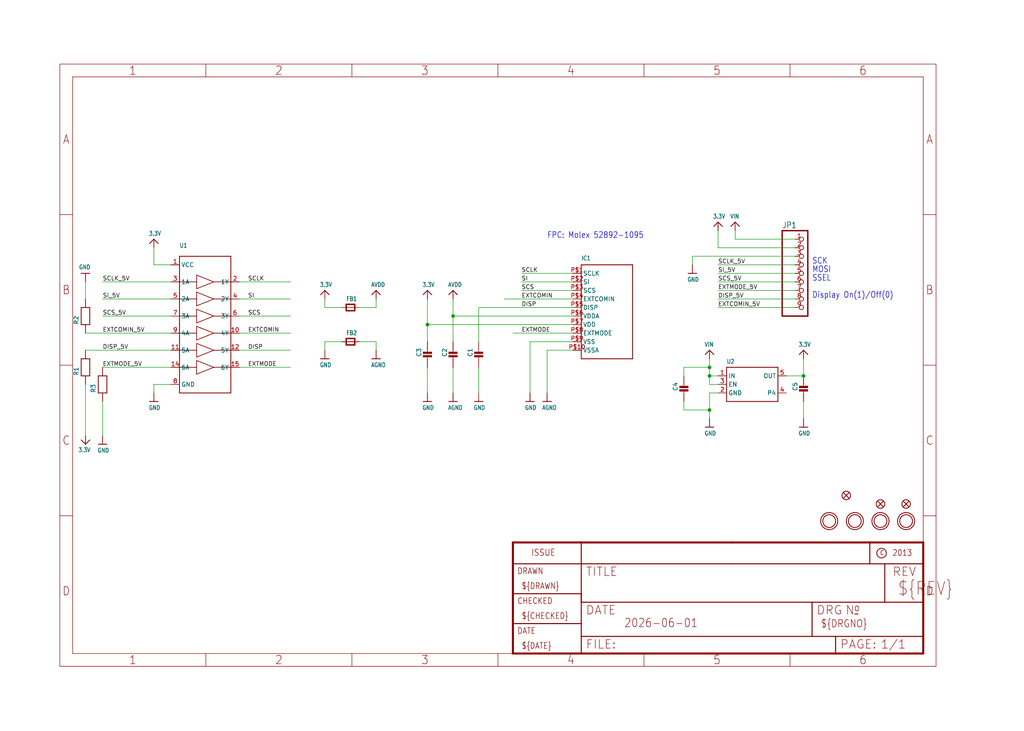
<source format=kicad_sch>
(kicad_sch (version 20231120) (generator "eeschema") (generator_version "8.0")
  (paper "User" 304.267 217.322)
  (lib_symbols
    (symbol "Adafruit_SharpMemoryDisplay-eagle-import:3.3V" (power)
      (symbol "3.3V_1_0"
        (polyline (pts (xy -1.27 -1.27) (xy 0 0)) (stroke (width 0.254)))
        (polyline (pts (xy 0 0) (xy 1.27 -1.27)) (stroke (width 0.254)))
        (pin power_in line (at 0 -2.54 90) (length 2.54) (name "3.3V") (number "1"))
      )
    )
    (symbol "Adafruit_SharpMemoryDisplay-eagle-import:74HC4050D"
      (property "Reference" "U" (at -7.62 22.86 0))
      (symbol "74HC4050D_1_0"
        (polyline (pts (xy -7.62 -20.32) (xy -7.62 20.32)) (stroke (width 0.254)))
        (polyline (pts (xy -7.62 -12.7) (xy -2.54 -12.7)) (stroke (width 0.2032)))
        (polyline (pts (xy -7.62 -7.62) (xy -2.54 -7.62)) (stroke (width 0.2032)))
        (polyline (pts (xy -7.62 -2.54) (xy -2.54 -2.54)) (stroke (width 0.2032)))
        (polyline (pts (xy -7.62 2.54) (xy -2.54 2.54)) (stroke (width 0.2032)))
        (polyline (pts (xy -7.62 7.62) (xy -2.54 7.62)) (stroke (width 0.2032)))
        (polyline (pts (xy -7.62 12.7) (xy -2.54 12.7)) (stroke (width 0.2032)))
        (polyline (pts (xy -7.62 20.32) (xy 7.62 20.32)) (stroke (width 0.254)))
        (polyline (pts (xy -2.54 -14.732) (xy -2.54 -12.7)) (stroke (width 0.2032)))
        (polyline (pts (xy -2.54 -14.732) (xy 2.54 -12.7)) (stroke (width 0.2032)))
        (polyline (pts (xy -2.54 -12.7) (xy -2.54 -10.668)) (stroke (width 0.2032)))
        (polyline (pts (xy -2.54 -9.652) (xy -2.54 -7.62)) (stroke (width 0.2032)))
        (polyline (pts (xy -2.54 -9.652) (xy 2.54 -7.62)) (stroke (width 0.2032)))
        (polyline (pts (xy -2.54 -7.62) (xy -2.54 -5.588)) (stroke (width 0.2032)))
        (polyline (pts (xy -2.54 -4.572) (xy -2.54 -2.54)) (stroke (width 0.2032)))
        (polyline (pts (xy -2.54 -4.572) (xy 2.54 -2.54)) (stroke (width 0.2032)))
        (polyline (pts (xy -2.54 -2.54) (xy -2.54 -0.508)) (stroke (width 0.2032)))
        (polyline (pts (xy -2.54 0.508) (xy -2.54 2.54)) (stroke (width 0.2032)))
        (polyline (pts (xy -2.54 0.508) (xy 2.54 2.54)) (stroke (width 0.2032)))
        (polyline (pts (xy -2.54 2.54) (xy -2.54 4.572)) (stroke (width 0.2032)))
        (polyline (pts (xy -2.54 5.588) (xy -2.54 7.62)) (stroke (width 0.2032)))
        (polyline (pts (xy -2.54 5.588) (xy 2.54 7.62)) (stroke (width 0.2032)))
        (polyline (pts (xy -2.54 7.62) (xy -2.54 9.652)) (stroke (width 0.2032)))
        (polyline (pts (xy -2.54 10.668) (xy -2.54 12.7)) (stroke (width 0.2032)))
        (polyline (pts (xy -2.54 10.668) (xy 2.54 12.7)) (stroke (width 0.2032)))
        (polyline (pts (xy -2.54 12.7) (xy -2.54 14.732)) (stroke (width 0.2032)))
        (polyline (pts (xy 2.54 -12.7) (xy -2.54 -10.668)) (stroke (width 0.2032)))
        (polyline (pts (xy 2.54 -12.7) (xy 7.62 -12.7)) (stroke (width 0.2032)))
        (polyline (pts (xy 2.54 -7.62) (xy -2.54 -5.588)) (stroke (width 0.2032)))
        (polyline (pts (xy 2.54 -7.62) (xy 7.62 -7.62)) (stroke (width 0.2032)))
        (polyline (pts (xy 2.54 -2.54) (xy -2.54 -0.508)) (stroke (width 0.2032)))
        (polyline (pts (xy 2.54 -2.54) (xy 7.62 -2.54)) (stroke (width 0.2032)))
        (polyline (pts (xy 2.54 2.54) (xy -2.54 4.572)) (stroke (width 0.2032)))
        (polyline (pts (xy 2.54 2.54) (xy 7.62 2.54)) (stroke (width 0.2032)))
        (polyline (pts (xy 2.54 7.62) (xy -2.54 9.652)) (stroke (width 0.2032)))
        (polyline (pts (xy 2.54 7.62) (xy 7.62 7.62)) (stroke (width 0.2032)))
        (polyline (pts (xy 2.54 12.7) (xy -2.54 14.732)) (stroke (width 0.2032)))
        (polyline (pts (xy 2.54 12.7) (xy 7.62 12.7)) (stroke (width 0.2032)))
        (polyline (pts (xy 7.62 -20.32) (xy -7.62 -20.32)) (stroke (width 0.254)))
        (polyline (pts (xy 7.62 12.7) (xy 7.62 -20.32)) (stroke (width 0.254)))
        (polyline (pts (xy 7.62 20.32) (xy 7.62 12.7)) (stroke (width 0.254)))
        (pin bidirectional line (at -10.16 17.78 0) (length 2.54) (name "VCC") (number "1"))
        (pin bidirectional line (at 10.16 -2.54 180) (length 2.54) (name "4Y") (number "10"))
        (pin bidirectional line (at -10.16 -7.62 0) (length 2.54) (name "5A") (number "11"))
        (pin bidirectional line (at 10.16 -7.62 180) (length 2.54) (name "5Y") (number "12"))
        (pin bidirectional line (at -10.16 -12.7 0) (length 2.54) (name "6A") (number "14"))
        (pin bidirectional line (at 10.16 -12.7 180) (length 2.54) (name "6Y") (number "15"))
        (pin bidirectional line (at 10.16 12.7 180) (length 2.54) (name "1Y") (number "2"))
        (pin bidirectional line (at -10.16 12.7 0) (length 2.54) (name "1A") (number "3"))
        (pin bidirectional line (at 10.16 7.62 180) (length 2.54) (name "2Y") (number "4"))
        (pin bidirectional line (at -10.16 7.62 0) (length 2.54) (name "2A") (number "5"))
        (pin bidirectional line (at 10.16 2.54 180) (length 2.54) (name "3Y") (number "6"))
        (pin bidirectional line (at -10.16 2.54 0) (length 2.54) (name "3A") (number "7"))
        (pin bidirectional line (at -10.16 -17.78 0) (length 2.54) (name "GND") (number "8"))
        (pin bidirectional line (at -10.16 -2.54 0) (length 2.54) (name "4A") (number "9"))
      )
    )
    (symbol "Adafruit_SharpMemoryDisplay-eagle-import:AGND" (power)
      (symbol "AGND_1_0"
        (polyline (pts (xy -1.27 0) (xy 1.27 0)) (stroke (width 0.254)))
        (pin power_in line (at 0 2.54 270) (length 2.54) (name "AGND") (number "1"))
      )
    )
    (symbol "Adafruit_SharpMemoryDisplay-eagle-import:AVDD" (power)
      (symbol "AVDD_1_0"
        (polyline (pts (xy -1.27 -1.27) (xy 0 0)) (stroke (width 0.254)))
        (polyline (pts (xy 0 0) (xy 1.27 -1.27)) (stroke (width 0.254)))
        (pin power_in line (at 0 -2.54 90) (length 2.54) (name "AVDD") (number "1"))
      )
    )
    (symbol "Adafruit_SharpMemoryDisplay-eagle-import:CAP_CERAMIC_0805"
      (property "Reference" "C" (at -1.79 0.54 90))
      (symbol "CAP_CERAMIC_0805_1_0"
        (rectangle (start -1.27 0.508) (end 1.27 1.016) (fill (type outline)))
        (rectangle (start -1.27 1.524) (end 1.27 2.032) (fill (type outline)))
        (polyline (pts (xy 0 0.762) (xy 0 0)) (stroke (width 0.1524)))
        (polyline (pts (xy 0 2.54) (xy 0 1.778)) (stroke (width 0.1524)))
        (pin passive line (at 0 5.08 270) (length 2.54) (name "P$1") (number "1"))
        (pin passive line (at 0 -2.54 90) (length 2.54) (name "P$2") (number "2"))
      )
    )
    (symbol "Adafruit_SharpMemoryDisplay-eagle-import:FERRITE_0805"
      (property "Reference" "FB" (at -1.27 1.905 0))
      (symbol "FERRITE_0805_1_0"
        (polyline (pts (xy -1.27 -0.9525) (xy -1.27 0.9525)) (stroke (width 0.4064)))
        (polyline (pts (xy -1.27 0.9525) (xy 1.27 0.9525)) (stroke (width 0.4064)))
        (polyline (pts (xy 1.27 -0.9525) (xy -1.27 -0.9525)) (stroke (width 0.4064)))
        (polyline (pts (xy 1.27 0.9525) (xy 1.27 -0.9525)) (stroke (width 0.4064)))
        (pin passive line (at -2.54 0 0) (length 2.54) (name "P$1") (number "1"))
        (pin passive line (at 2.54 0 180) (length 2.54) (name "P$2") (number "2"))
      )
    )
    (symbol "Adafruit_SharpMemoryDisplay-eagle-import:FIDUCIAL{dblquote}{dblquote}"
      (symbol "FIDUCIAL{dblquote}{dblquote}_1_0"
        (polyline (pts (xy -0.762 0.762) (xy 0.762 -0.762)) (stroke (width 0.254)))
        (polyline (pts (xy 0.762 0.762) (xy -0.762 -0.762)) (stroke (width 0.254)))
        (circle (center 0 0) (radius 1.27) (stroke (width 0.254)))
      )
    )
    (symbol "Adafruit_SharpMemoryDisplay-eagle-import:FRAME_A4"
      (symbol "FRAME_A4_1_0"
        (polyline (pts (xy 0 44.7675) (xy 3.81 44.7675)))
        (polyline (pts (xy 0 89.535) (xy 3.81 89.535)))
        (polyline (pts (xy 0 134.3025) (xy 3.81 134.3025)))
        (polyline (pts (xy 3.81 3.81) (xy 3.81 175.26)))
        (polyline (pts (xy 43.3917 0) (xy 43.3917 3.81)))
        (polyline (pts (xy 43.3917 175.26) (xy 43.3917 179.07)))
        (polyline (pts (xy 86.7833 0) (xy 86.7833 3.81)))
        (polyline (pts (xy 86.7833 175.26) (xy 86.7833 179.07)))
        (polyline (pts (xy 130.175 0) (xy 130.175 3.81)))
        (polyline (pts (xy 130.175 175.26) (xy 130.175 179.07)))
        (polyline (pts (xy 173.5667 0) (xy 173.5667 3.81)))
        (polyline (pts (xy 173.5667 175.26) (xy 173.5667 179.07)))
        (polyline (pts (xy 216.9583 0) (xy 216.9583 3.81)))
        (polyline (pts (xy 216.9583 175.26) (xy 216.9583 179.07)))
        (polyline (pts (xy 256.54 3.81) (xy 3.81 3.81)))
        (polyline (pts (xy 256.54 3.81) (xy 256.54 8.89)) (stroke (width 0.1016)))
        (polyline (pts (xy 256.54 3.81) (xy 256.54 175.26)))
        (polyline (pts (xy 256.54 8.89) (xy 256.54 13.97)) (stroke (width 0.1016)))
        (polyline (pts (xy 256.54 13.97) (xy 256.54 19.05)) (stroke (width 0.1016)))
        (polyline (pts (xy 256.54 19.05) (xy 256.54 36.83)) (stroke (width 0.1016)))
        (polyline (pts (xy 256.54 44.7675) (xy 260.35 44.7675)))
        (polyline (pts (xy 256.54 89.535) (xy 260.35 89.535)))
        (polyline (pts (xy 256.54 134.3025) (xy 260.35 134.3025)))
        (polyline (pts (xy 256.54 175.26) (xy 3.81 175.26)))
        (polyline (pts (xy 0 0) (xy 260.35 0) (xy 260.35 179.07) (xy 0 179.07) (xy 0 0)))
        (text "1" (at 21.6958 1.905 0) (effects (font (size 2.54 2.286))))
        (text "1" (at 21.6958 177.165 0) (effects (font (size 2.54 2.286))))
        (text "2" (at 65.0875 1.905 0) (effects (font (size 2.54 2.286))))
        (text "2" (at 65.0875 177.165 0) (effects (font (size 2.54 2.286))))
        (text "3" (at 108.4792 1.905 0) (effects (font (size 2.54 2.286))))
        (text "3" (at 108.4792 177.165 0) (effects (font (size 2.54 2.286))))
        (text "4" (at 151.8708 1.905 0) (effects (font (size 2.54 2.286))))
        (text "4" (at 151.8708 177.165 0) (effects (font (size 2.54 2.286))))
        (text "5" (at 195.2625 1.905 0) (effects (font (size 2.54 2.286))))
        (text "5" (at 195.2625 177.165 0) (effects (font (size 2.54 2.286))))
        (text "6" (at 238.6542 1.905 0) (effects (font (size 2.54 2.286))))
        (text "6" (at 238.6542 177.165 0) (effects (font (size 2.54 2.286))))
        (text "A" (at 1.905 156.6863 0) (effects (font (size 2.54 2.286))))
        (text "A" (at 258.445 156.6863 0) (effects (font (size 2.54 2.286))))
        (text "B" (at 1.905 111.9188 0) (effects (font (size 2.54 2.286))))
        (text "B" (at 258.445 111.9188 0) (effects (font (size 2.54 2.286))))
        (text "C" (at 1.905 67.1513 0) (effects (font (size 2.54 2.286))))
        (text "C" (at 258.445 67.1513 0) (effects (font (size 2.54 2.286))))
        (text "D" (at 1.905 22.3838 0) (effects (font (size 2.54 2.286))))
        (text "D" (at 258.445 22.3838 0) (effects (font (size 2.54 2.286))))
      )
      (symbol "FRAME_A4_2_0"
        (polyline (pts (xy 1.27 -6.35) (xy 1.27 0)) (stroke (width 0.1016)))
        (polyline (pts (xy 1.27 0) (xy 82.55 0)) (stroke (width 0.1016)))
        (polyline (pts (xy 82.55 -6.35) (xy 1.27 -6.35)) (stroke (width 0.1016)))
        (polyline (pts (xy 82.55 0) (xy 82.55 -6.35)) (stroke (width 0.1016)))
        (text "PART OR WHOLE IS STRICTLY PROHIBITED WITHOUT WRITTEN PERMISSION!" (at 3.81 -5.08 0) (effects (font (size 1.27 1.0795)) (justify left bottom)))
        (text "PROPRIETARY" (at 3.81 -10.16 0) (effects (font (size 2.54 2.159) (thickness 0.4318) (bold yes)) (justify left bottom)))
        (text "THIS DRAWING CONTAINS CONFIDENTIAL INFORMATION. ANY REPRODUCTION IN" (at 3.81 -2.794 0) (effects (font (size 1.27 1.0795)) (justify left bottom)))
      )
      (symbol "FRAME_A4_3_0"
        (polyline (pts (xy 0 1.27) (xy 20.32 1.27)) (stroke (width 0.6096)))
        (polyline (pts (xy 0 10.16) (xy 0 1.27)) (stroke (width 0.6096)))
        (polyline (pts (xy 0 10.16) (xy 20.32 10.16)) (stroke (width 0.3048)))
        (polyline (pts (xy 0 19.05) (xy 0 10.16)) (stroke (width 0.6096)))
        (polyline (pts (xy 0 19.05) (xy 20.32 19.05)) (stroke (width 0.3048)))
        (polyline (pts (xy 0 27.94) (xy 0 19.05)) (stroke (width 0.6096)))
        (polyline (pts (xy 0 27.94) (xy 20.32 27.94)) (stroke (width 0.3048)))
        (polyline (pts (xy 0 34.29) (xy 0 27.94)) (stroke (width 0.6096)))
        (polyline (pts (xy 20.32 1.27) (xy 20.32 6.35)) (stroke (width 0.3048)))
        (polyline (pts (xy 20.32 1.27) (xy 95.885 1.27)) (stroke (width 0.6096)))
        (polyline (pts (xy 20.32 6.35) (xy 20.32 10.16)) (stroke (width 0.3048)))
        (polyline (pts (xy 20.32 6.35) (xy 88.9 6.35)) (stroke (width 0.3048)))
        (polyline (pts (xy 20.32 10.16) (xy 20.32 19.05)) (stroke (width 0.3048)))
        (polyline (pts (xy 20.32 16.51) (xy 20.32 19.05)) (stroke (width 0.3048)))
        (polyline (pts (xy 20.32 19.05) (xy 20.32 27.94)) (stroke (width 0.3048)))
        (polyline (pts (xy 20.32 27.94) (xy 20.32 34.29)) (stroke (width 0.3048)))
        (polyline (pts (xy 20.32 27.94) (xy 65.0875 27.94)) (stroke (width 0.3048)))
        (polyline (pts (xy 20.32 34.29) (xy 0 34.29)) (stroke (width 0.6096)))
        (polyline (pts (xy 65.0875 27.94) (xy 106.045 27.94)) (stroke (width 0.3048)))
        (polyline (pts (xy 65.0875 34.29) (xy 20.32 34.29)) (stroke (width 0.6096)))
        (polyline (pts (xy 88.9 6.35) (xy 95.885 6.35)) (stroke (width 0.3048)))
        (polyline (pts (xy 88.9 16.51) (xy 20.32 16.51)) (stroke (width 0.3048)))
        (polyline (pts (xy 88.9 16.51) (xy 88.9 6.35)) (stroke (width 0.3048)))
        (polyline (pts (xy 95.885 1.27) (xy 121.92 1.27)) (stroke (width 0.6096)))
        (polyline (pts (xy 95.885 6.35) (xy 95.885 1.27)) (stroke (width 0.3048)))
        (polyline (pts (xy 95.885 6.35) (xy 121.92 6.35)) (stroke (width 0.3048)))
        (polyline (pts (xy 101.6 13.0175) (xy 102.5525 13.0175)) (stroke (width 0.254)))
        (polyline (pts (xy 106.045 27.94) (xy 106.045 34.29)) (stroke (width 0.3048)))
        (polyline (pts (xy 106.045 27.94) (xy 110.49 27.94)) (stroke (width 0.3048)))
        (polyline (pts (xy 106.045 34.29) (xy 65.0875 34.29)) (stroke (width 0.6096)))
        (polyline (pts (xy 110.49 16.51) (xy 88.9 16.51)) (stroke (width 0.3048)))
        (polyline (pts (xy 110.49 27.94) (xy 110.49 16.51)) (stroke (width 0.3048)))
        (polyline (pts (xy 110.49 27.94) (xy 113.03 27.94)) (stroke (width 0.3048)))
        (polyline (pts (xy 113.03 27.94) (xy 121.92 27.94)) (stroke (width 0.3048)))
        (polyline (pts (xy 113.03 34.29) (xy 106.045 34.29)) (stroke (width 0.6096)))
        (polyline (pts (xy 121.92 6.35) (xy 121.92 1.27)) (stroke (width 0.6096)))
        (polyline (pts (xy 121.92 16.51) (xy 110.49 16.51)) (stroke (width 0.3048)))
        (polyline (pts (xy 121.92 16.51) (xy 121.92 6.35)) (stroke (width 0.6096)))
        (polyline (pts (xy 121.92 27.94) (xy 121.92 16.51)) (stroke (width 0.6096)))
        (polyline (pts (xy 121.92 34.29) (xy 113.03 34.29)) (stroke (width 0.6096)))
        (polyline (pts (xy 121.92 34.29) (xy 121.92 27.94)) (stroke (width 0.6096)))
        (circle (center 109.5375 31.115) (radius 1.4199) (stroke (width 0.254)))
        (text "${#}/${##}" (at 109.22 2.54 0) (effects (font (size 2.54 2.54)) (justify left bottom)))
        (text "${CHECKED}" (at 2.54 11.43 0) (effects (font (size 1.778 1.5113)) (justify left bottom)))
        (text "${COMPANY}" (at 23.6538 29.3687 0) (effects (font (size 3.175 2.6987) (thickness 0.5397) (bold yes)) (justify left bottom)))
        (text "${CURRENT_DATE}" (at 33.02 8.89 0) (effects (font (size 2.54 2.159)) (justify left bottom)))
        (text "${DATE}" (at 2.54 2.54 0) (effects (font (size 1.778 1.5113)) (justify left bottom)))
        (text "${DRAWN}" (at 2.54 20.32 0) (effects (font (size 1.778 1.5113)) (justify left bottom)))
        (text "${DRGNO}" (at 91.44 8.89 0) (effects (font (size 2.1844 1.8567)) (justify left bottom)))
        (text "${PROJECTNAME}" (at 33.3375 2.54 0) (effects (font (size 2.54 2.159)) (justify left bottom)))
        (text "${REV}" (at 114.3 18.415 0) (effects (font (size 3.81 3.2385)) (justify left bottom)))
        (text "2013" (at 112.7125 30.1625 0) (effects (font (size 1.778 1.5113)) (justify left bottom)))
        (text "C" (at 109.0612 30.48 0) (effects (font (size 1.27 1.0795)) (justify left bottom)))
        (text "CHECKED" (at 1.27 15.875 0) (effects (font (size 1.778 1.5113)) (justify left bottom)))
        (text "DATE" (at 1.27 6.985 0) (effects (font (size 1.778 1.5113)) (justify left bottom)))
        (text "DATE" (at 21.59 12.7 0) (effects (font (size 2.54 2.54)) (justify left bottom)))
        (text "DRAWN" (at 1.27 24.765 0) (effects (font (size 1.778 1.5113)) (justify left bottom)))
        (text "DRG" (at 90.17 12.7 0) (effects (font (size 2.54 2.54)) (justify left bottom)))
        (text "FILE:" (at 21.59 2.54 0) (effects (font (size 2.54 2.54)) (justify left bottom)))
        (text "ISSUE" (at 5.3975 30.1625 0) (effects (font (size 1.9304 1.6408)) (justify left bottom)))
        (text "N" (at 98.7425 12.7 0) (effects (font (size 2.54 2.54)) (justify left bottom)))
        (text "o" (at 101.2825 13.6525 0) (effects (font (size 2.1844 1.8567)) (justify left bottom)))
        (text "PAGE:" (at 97.155 2.54 0) (effects (font (size 2.54 2.54)) (justify left bottom)))
        (text "REV" (at 112.7125 24.13 0) (effects (font (size 2.54 2.54)) (justify left bottom)))
        (text "TITLE" (at 21.59 24.13 0) (effects (font (size 2.54 2.54)) (justify left bottom)))
      )
    )
    (symbol "Adafruit_SharpMemoryDisplay-eagle-import:GND" (power)
      (symbol "GND_1_0"
        (polyline (pts (xy -1.27 0) (xy 1.27 0)) (stroke (width 0.254)))
        (pin power_in line (at 0 2.54 270) (length 2.54) (name "GND") (number "1"))
      )
    )
    (symbol "Adafruit_SharpMemoryDisplay-eagle-import:HEADER-1X970MIL"
      (property "Reference" "JP" (at -6.35 13.335 0))
      (symbol "HEADER-1X970MIL_1_0"
        (polyline (pts (xy -6.35 -12.7) (xy 1.27 -12.7)) (stroke (width 0.4064)))
        (polyline (pts (xy -6.35 12.7) (xy -6.35 -12.7)) (stroke (width 0.4064)))
        (polyline (pts (xy 1.27 -12.7) (xy 1.27 12.7)) (stroke (width 0.4064)))
        (polyline (pts (xy 1.27 12.7) (xy -6.35 12.7)) (stroke (width 0.4064)))
        (pin passive inverted (at -2.54 10.16 0) (length 2.54) (name "1") (number "1"))
        (pin passive inverted (at -2.54 7.62 0) (length 2.54) (name "2") (number "2"))
        (pin passive inverted (at -2.54 5.08 0) (length 2.54) (name "3") (number "3"))
        (pin passive inverted (at -2.54 2.54 0) (length 2.54) (name "4") (number "4"))
        (pin passive inverted (at -2.54 0 0) (length 2.54) (name "5") (number "5"))
        (pin passive inverted (at -2.54 -2.54 0) (length 2.54) (name "6") (number "6"))
        (pin passive inverted (at -2.54 -5.08 0) (length 2.54) (name "7") (number "7"))
        (pin passive inverted (at -2.54 -7.62 0) (length 2.54) (name "8") (number "8"))
        (pin passive inverted (at -2.54 -10.16 0) (length 2.54) (name "9") (number "9"))
      )
    )
    (symbol "Adafruit_SharpMemoryDisplay-eagle-import:MOUNTINGHOLE3.0THIN"
      (symbol "MOUNTINGHOLE3.0THIN_1_0"
        (circle (center 0 0) (radius 1.905) (stroke (width 0.254)))
        (circle (center 0 0) (radius 2.54) (stroke (width 0.254)))
      )
    )
    (symbol "Adafruit_SharpMemoryDisplay-eagle-import:RESISTOR_0805"
      (property "Reference" "R" (at -2.54 2.032 0))
      (symbol "RESISTOR_0805_1_0"
        (polyline (pts (xy -2.54 -1.27) (xy -2.54 1.27)) (stroke (width 0.254)))
        (polyline (pts (xy -2.54 1.27) (xy 2.54 1.27)) (stroke (width 0.254)))
        (polyline (pts (xy 2.54 -1.27) (xy -2.54 -1.27)) (stroke (width 0.254)))
        (polyline (pts (xy 2.54 1.27) (xy 2.54 -1.27)) (stroke (width 0.254)))
        (pin passive line (at -5.08 0 0) (length 2.54) (name "1") (number "1"))
        (pin passive line (at 5.08 0 180) (length 2.54) (name "2") (number "2"))
      )
    )
    (symbol "Adafruit_SharpMemoryDisplay-eagle-import:SHARP_MEMORYLCD_10PIN"
      (property "Reference" "IC" (at -7.62 13.97 0))
      (symbol "SHARP_MEMORYLCD_10PIN_1_0"
        (polyline (pts (xy -7.62 -15.24) (xy -7.62 12.7)) (stroke (width 0.254)))
        (polyline (pts (xy -7.62 12.7) (xy 7.62 12.7)) (stroke (width 0.254)))
        (polyline (pts (xy 7.62 -15.24) (xy -7.62 -15.24)) (stroke (width 0.254)))
        (polyline (pts (xy 7.62 12.7) (xy 7.62 -15.24)) (stroke (width 0.254)))
        (pin input line (at -10.16 10.16 0) (length 2.54) (name "SCLK") (number "P$1"))
        (pin power_in line (at -10.16 -12.7 0) (length 2.54) (name "VSSA") (number "P$10"))
        (pin input line (at -10.16 7.62 0) (length 2.54) (name "SI") (number "P$2"))
        (pin input line (at -10.16 5.08 0) (length 2.54) (name "SCS") (number "P$3"))
        (pin input line (at -10.16 2.54 0) (length 2.54) (name "EXTCOMIN") (number "P$4"))
        (pin input line (at -10.16 0 0) (length 2.54) (name "DISP") (number "P$5"))
        (pin power_in line (at -10.16 -2.54 0) (length 2.54) (name "VDDA") (number "P$6"))
        (pin power_in line (at -10.16 -5.08 0) (length 2.54) (name "VDD") (number "P$7"))
        (pin input line (at -10.16 -7.62 0) (length 2.54) (name "EXTMODE") (number "P$8"))
        (pin power_in line (at -10.16 -10.16 0) (length 2.54) (name "VSS") (number "P$9"))
      )
    )
    (symbol "Adafruit_SharpMemoryDisplay-eagle-import:VIN" (power)
      (symbol "VIN_1_0"
        (polyline (pts (xy -1.27 -1.27) (xy 0 0)) (stroke (width 0.254)))
        (polyline (pts (xy 0 0) (xy 1.27 -1.27)) (stroke (width 0.254)))
        (pin power_in line (at 0 -2.54 90) (length 2.54) (name "VIN") (number "1"))
      )
    )
    (symbol "Adafruit_SharpMemoryDisplay-eagle-import:VREG_SOT23-5"
      (property "Reference" "U" (at -7.62 6.096 0))
      (symbol "VREG_SOT23-5_1_0"
        (polyline (pts (xy -7.62 -5.08) (xy -7.62 5.08)) (stroke (width 0.254)))
        (polyline (pts (xy -7.62 5.08) (xy 7.62 5.08)) (stroke (width 0.254)))
        (polyline (pts (xy 7.62 -5.08) (xy -7.62 -5.08)) (stroke (width 0.254)))
        (polyline (pts (xy 7.62 5.08) (xy 7.62 -5.08)) (stroke (width 0.254)))
        (pin power_in line (at -10.16 2.54 0) (length 2.54) (name "IN") (number "1"))
        (pin power_in line (at -10.16 -2.54 0) (length 2.54) (name "GND") (number "2"))
        (pin input line (at -10.16 0 0) (length 2.54) (name "EN") (number "3"))
        (pin bidirectional line (at 10.16 -2.54 180) (length 2.54) (name "P4") (number "4"))
        (pin power_in line (at 10.16 2.54 180) (length 2.54) (name "OUT") (number "5"))
      )
    )
  )
  (junction (at 210.82 111.76))
  (junction (at 127 96.52))
  (junction (at 210.82 121.92))
  (junction (at 210.82 109.22))
  (junction (at 134.62 93.98))
  (junction (at 238.76 111.76))
  (wire (pts (xy 50.8 88.9) (xy 30.48 88.9)) (stroke (width 0.1524)))
  (wire (pts (xy 236.22 91.44) (xy 213.36 91.44)) (stroke (width 0.1524)))
  (wire (pts (xy 50.8 109.22) (xy 30.48 109.22)) (stroke (width 0.1524)))
  (wire (pts (xy 236.22 73.66) (xy 213.36 73.66)) (stroke (width 0.1524)))
  (wire (pts (xy 25.4 129.54) (xy 25.4 114.3)) (stroke (width 0.1524)))
  (wire (pts (xy 210.82 121.92) (xy 210.82 124.46)) (stroke (width 0.1524)))
  (wire (pts (xy 236.22 81.28) (xy 213.36 81.28)) (stroke (width 0.1524)))
  (wire (pts (xy 142.24 91.44) (xy 142.24 101.6)) (stroke (width 0.1524)))
  (wire (pts (xy 86.36 88.9) (xy 71.12 88.9)) (stroke (width 0.1524)))
  (wire (pts (xy 238.76 119.38) (xy 238.76 124.46)) (stroke (width 0.1524)))
  (wire (pts (xy 106.68 91.44) (xy 111.76 91.44)) (stroke (width 0.1524)))
  (wire (pts (xy 134.62 109.22) (xy 134.62 116.84)) (stroke (width 0.1524)))
  (wire (pts (xy 170.18 93.98) (xy 134.62 93.98)) (stroke (width 0.1524)))
  (wire (pts (xy 111.76 101.6) (xy 111.76 104.14)) (stroke (width 0.1524)))
  (wire (pts (xy 30.48 129.54) (xy 30.48 119.38)) (stroke (width 0.1524)))
  (wire (pts (xy 170.18 104.14) (xy 162.56 104.14)) (stroke (width 0.1524)))
  (wire (pts (xy 205.74 76.2) (xy 205.74 78.74)) (stroke (width 0.1524)))
  (wire (pts (xy 236.22 86.36) (xy 213.36 86.36)) (stroke (width 0.1524)))
  (wire (pts (xy 86.36 83.82) (xy 71.12 83.82)) (stroke (width 0.1524)))
  (wire (pts (xy 238.76 111.76) (xy 238.76 106.68)) (stroke (width 0.1524)))
  (wire (pts (xy 127 101.6) (xy 127 96.52)) (stroke (width 0.1524)))
  (wire (pts (xy 50.8 83.82) (xy 30.48 83.82)) (stroke (width 0.1524)))
  (wire (pts (xy 213.36 116.84) (xy 210.82 116.84)) (stroke (width 0.1524)))
  (wire (pts (xy 111.76 91.44) (xy 111.76 88.9)) (stroke (width 0.1524)))
  (wire (pts (xy 101.6 101.6) (xy 96.52 101.6)) (stroke (width 0.1524)))
  (wire (pts (xy 170.18 83.82) (xy 154.94 83.82)) (stroke (width 0.1524)))
  (wire (pts (xy 101.6 91.44) (xy 96.52 91.44)) (stroke (width 0.1524)))
  (wire (pts (xy 50.8 78.74) (xy 45.72 78.74)) (stroke (width 0.1524)))
  (wire (pts (xy 170.18 96.52) (xy 127 96.52)) (stroke (width 0.1524)))
  (wire (pts (xy 218.44 71.12) (xy 218.44 68.58)) (stroke (width 0.1524)))
  (wire (pts (xy 213.36 111.76) (xy 210.82 111.76)) (stroke (width 0.1524)))
  (wire (pts (xy 142.24 109.22) (xy 142.24 116.84)) (stroke (width 0.1524)))
  (wire (pts (xy 106.68 101.6) (xy 111.76 101.6)) (stroke (width 0.1524)))
  (wire (pts (xy 170.18 101.6) (xy 157.48 101.6)) (stroke (width 0.1524)))
  (wire (pts (xy 170.18 81.28) (xy 154.94 81.28)) (stroke (width 0.1524)))
  (wire (pts (xy 203.2 109.22) (xy 210.82 109.22)) (stroke (width 0.1524)))
  (wire (pts (xy 236.22 71.12) (xy 218.44 71.12)) (stroke (width 0.1524)))
  (wire (pts (xy 50.8 99.06) (xy 25.4 99.06)) (stroke (width 0.1524)))
  (wire (pts (xy 162.56 104.14) (xy 162.56 116.84)) (stroke (width 0.1524)))
  (wire (pts (xy 86.36 109.22) (xy 71.12 109.22)) (stroke (width 0.1524)))
  (wire (pts (xy 50.8 93.98) (xy 30.48 93.98)) (stroke (width 0.1524)))
  (wire (pts (xy 203.2 111.76) (xy 203.2 109.22)) (stroke (width 0.1524)))
  (wire (pts (xy 236.22 76.2) (xy 205.74 76.2)) (stroke (width 0.1524)))
  (wire (pts (xy 134.62 93.98) (xy 134.62 101.6)) (stroke (width 0.1524)))
  (wire (pts (xy 236.22 88.9) (xy 213.36 88.9)) (stroke (width 0.1524)))
  (wire (pts (xy 210.82 109.22) (xy 210.82 106.68)) (stroke (width 0.1524)))
  (wire (pts (xy 127 96.52) (xy 127 88.9)) (stroke (width 0.1524)))
  (wire (pts (xy 134.62 93.98) (xy 134.62 88.9)) (stroke (width 0.1524)))
  (wire (pts (xy 203.2 121.92) (xy 210.82 121.92)) (stroke (width 0.1524)))
  (wire (pts (xy 25.4 83.82) (xy 25.4 88.9)) (stroke (width 0.1524)))
  (wire (pts (xy 170.18 99.06) (xy 152.4 99.06)) (stroke (width 0.1524)))
  (wire (pts (xy 45.72 78.74) (xy 45.72 73.66)) (stroke (width 0.1524)))
  (wire (pts (xy 236.22 78.74) (xy 213.36 78.74)) (stroke (width 0.1524)))
  (wire (pts (xy 86.36 99.06) (xy 71.12 99.06)) (stroke (width 0.1524)))
  (wire (pts (xy 170.18 91.44) (xy 142.24 91.44)) (stroke (width 0.1524)))
  (wire (pts (xy 50.8 104.14) (xy 25.4 104.14)) (stroke (width 0.1524)))
  (wire (pts (xy 213.36 114.3) (xy 210.82 114.3)) (stroke (width 0.1524)))
  (wire (pts (xy 45.72 114.3) (xy 45.72 116.84)) (stroke (width 0.1524)))
  (wire (pts (xy 210.82 111.76) (xy 210.82 109.22)) (stroke (width 0.1524)))
  (wire (pts (xy 86.36 93.98) (xy 71.12 93.98)) (stroke (width 0.1524)))
  (wire (pts (xy 157.48 101.6) (xy 157.48 116.84)) (stroke (width 0.1524)))
  (wire (pts (xy 86.36 104.14) (xy 71.12 104.14)) (stroke (width 0.1524)))
  (wire (pts (xy 233.68 111.76) (xy 238.76 111.76)) (stroke (width 0.1524)))
  (wire (pts (xy 210.82 114.3) (xy 210.82 111.76)) (stroke (width 0.1524)))
  (wire (pts (xy 50.8 114.3) (xy 45.72 114.3)) (stroke (width 0.1524)))
  (wire (pts (xy 203.2 119.38) (xy 203.2 121.92)) (stroke (width 0.1524)))
  (wire (pts (xy 96.52 91.44) (xy 96.52 88.9)) (stroke (width 0.1524)))
  (wire (pts (xy 96.52 101.6) (xy 96.52 104.14)) (stroke (width 0.1524)))
  (wire (pts (xy 170.18 86.36) (xy 154.94 86.36)) (stroke (width 0.1524)))
  (wire (pts (xy 213.36 73.66) (xy 213.36 68.58)) (stroke (width 0.1524)))
  (wire (pts (xy 127 109.22) (xy 127 116.84)) (stroke (width 0.1524)))
  (wire (pts (xy 210.82 116.84) (xy 210.82 121.92)) (stroke (width 0.1524)))
  (wire (pts (xy 236.22 83.82) (xy 213.36 83.82)) (stroke (width 0.1524)))
  (wire (pts (xy 170.18 88.9) (xy 149.86 88.9)) (stroke (width 0.1524)))
  (text "MOSI" (at 241.3 81.28 0) (effects (font (size 1.778 1.5113)) (justify left bottom)))
  (text "FPC: Molex 52892-1095" (at 162.56 71.12 0) (effects (font (size 1.778 1.5113)) (justify left bottom)))
  (text "Display On(1)/Off(0)" (at 241.3 88.9 0) (effects (font (size 1.778 1.5113)) (justify left bottom)))
  (text "SSEL" (at 241.3 83.82 0) (effects (font (size 1.778 1.5113)) (justify left bottom)))
  (text "SCK" (at 241.3 78.74 0) (effects (font (size 1.778 1.5113)) (justify left bottom)))
  (label "SI" (at 154.94 83.82 0) (effects (font (size 1.2446 1.2446))))
  (label "EXTMODE" (at 154.94 99.06 0) (effects (font (size 1.2446 1.2446))))
  (label "SCLK_5V" (at 30.48 83.82 0) (effects (font (size 1.2446 1.2446))))
  (label "SCS" (at 73.66 93.98 0) (effects (font (size 1.2446 1.2446))))
  (label "DISP_5V" (at 213.36 88.9 0) (effects (font (size 1.2446 1.2446))))
  (label "EXTMODE_5V" (at 30.48 109.22 0) (effects (font (size 1.2446 1.2446))))
  (label "EXTMODE_5V" (at 213.36 86.36 0) (effects (font (size 1.2446 1.2446))))
  (label "SCS_5V" (at 213.36 83.82 0) (effects (font (size 1.2446 1.2446))))
  (label "DISP" (at 154.94 91.44 0) (effects (font (size 1.2446 1.2446))))
  (label "SCLK_5V" (at 213.36 78.74 0) (effects (font (size 1.2446 1.2446))))
  (label "EXTCOMIN" (at 73.66 99.06 0) (effects (font (size 1.2446 1.2446))))
  (label "DISP" (at 73.66 104.14 0) (effects (font (size 1.2446 1.2446))))
  (label "EXTMODE" (at 73.66 109.22 0) (effects (font (size 1.2446 1.2446))))
  (label "SCLK" (at 154.94 81.28 0) (effects (font (size 1.2446 1.2446))))
  (label "SI_5V" (at 30.48 88.9 0) (effects (font (size 1.2446 1.2446))))
  (label "EXTCOMIN_5V" (at 30.48 99.06 0) (effects (font (size 1.2446 1.2446))))
  (label "SCS" (at 154.94 86.36 0) (effects (font (size 1.2446 1.2446))))
  (label "DISP_5V" (at 30.48 104.14 0) (effects (font (size 1.2446 1.2446))))
  (label "SI" (at 73.66 88.9 0) (effects (font (size 1.2446 1.2446))))
  (label "SI_5V" (at 213.36 81.28 0) (effects (font (size 1.2446 1.2446))))
  (label "EXTCOMIN" (at 154.94 88.9 0) (effects (font (size 1.2446 1.2446))))
  (label "EXTCOMIN_5V" (at 213.36 91.44 0) (effects (font (size 1.2446 1.2446))))
  (label "SCS_5V" (at 30.48 93.98 0) (effects (font (size 1.2446 1.2446))))
  (label "SCLK" (at 73.66 83.82 0) (effects (font (size 1.2446 1.2446))))
  (symbol (lib_id "Adafruit_SharpMemoryDisplay-eagle-import:3.3V") (at 238.76 104.14 0) (unit 1)
    (property "Reference" "#U$17" (effects (hide yes)))
    (property "Value" "3.3V" (at 237.236 103.124 0) (effects (font (size 1.27 1.0795)) (justify left bottom)))
  )
  (symbol (lib_id "Adafruit_SharpMemoryDisplay-eagle-import:3.3V") (at 45.72 71.12 0) (unit 1)
    (property "Reference" "#U$10" (effects (hide yes)))
    (property "Value" "3.3V" (at 44.196 70.104 0) (effects (font (size 1.27 1.0795)) (justify left bottom)))
  )
  (symbol (lib_id "Adafruit_SharpMemoryDisplay-eagle-import:FRAME_A4") (at 17.78 198.12 0) (unit 1)
    (property "Reference" "#FRAME1" (effects (hide yes)))
    (property "Value" "FRAME_A4" (effects (hide yes)))
  )
  (symbol (lib_id "Adafruit_SharpMemoryDisplay-eagle-import:FERRITE_0805") (at 104.14 91.44 0) (unit 1)
    (property "Reference" "FB1" (at 102.87 89.535 0) (effects (font (size 1.27 1.0795)) (justify left bottom)))
    (property "Value" "FERRITE_0805" (effects (hide yes)))
    (property "Footprint" "Adafruit_SharpMemoryDisplay:_0805" (effects (hide yes)))
  )
  (symbol (lib_id "Adafruit_SharpMemoryDisplay-eagle-import:3.3V") (at 25.4 132.08 180) (unit 1)
    (property "Reference" "#U$25" (effects (hide yes)))
    (property "Value" "3.3V" (at 26.924 133.096 0) (effects (font (size 1.27 1.0795)) (justify left bottom)))
  )
  (symbol (lib_id "Adafruit_SharpMemoryDisplay-eagle-import:74HC4050D") (at 60.96 96.52 0) (unit 1)
    (property "Reference" "U1" (at 53.34 73.66 0) (effects (font (size 1.27 1.0795)) (justify left bottom)))
    (property "Value" "74HC4050D" (effects (hide yes)))
    (property "Footprint" "Adafruit_SharpMemoryDisplay:SOIC16" (effects (hide yes)))
  )
  (symbol (lib_id "Adafruit_SharpMemoryDisplay-eagle-import:FIDUCIAL{dblquote}{dblquote}") (at 251.46 147.32 0) (unit 1)
    (property "Reference" "FID3" (effects (hide yes)))
    (property "Value" "FIDUCIAL{dblquote}{dblquote}" (effects (hide yes)))
    (property "Footprint" "Adafruit_SharpMemoryDisplay:FIDUCIAL_1MM" (effects (hide yes)))
  )
  (symbol (lib_id "Adafruit_SharpMemoryDisplay-eagle-import:FIDUCIAL{dblquote}{dblquote}") (at 269.24 149.86 0) (unit 1)
    (property "Reference" "FID2" (effects (hide yes)))
    (property "Value" "FIDUCIAL{dblquote}{dblquote}" (effects (hide yes)))
    (property "Footprint" "Adafruit_SharpMemoryDisplay:FIDUCIAL_1MM" (effects (hide yes)))
  )
  (symbol (lib_id "Adafruit_SharpMemoryDisplay-eagle-import:MOUNTINGHOLE3.0THIN") (at 254 154.94 0) (unit 1)
    (property "Reference" "U$27" (effects (hide yes)))
    (property "Value" "MOUNTINGHOLE3.0THIN" (effects (hide yes)))
    (property "Footprint" "Adafruit_SharpMemoryDisplay:MOUNTINGHOLE_3.0_PLATEDTHIN" (effects (hide yes)))
  )
  (symbol (lib_id "Adafruit_SharpMemoryDisplay-eagle-import:AVDD") (at 111.76 86.36 0) (unit 1)
    (property "Reference" "#U$12" (effects (hide yes)))
    (property "Value" "AVDD" (at 110.236 85.344 0) (effects (font (size 1.27 1.0795)) (justify left bottom)))
  )
  (symbol (lib_id "Adafruit_SharpMemoryDisplay-eagle-import:VREG_SOT23-5") (at 223.52 114.3 0) (unit 1)
    (property "Reference" "U2" (at 215.9 108.204 0) (effects (font (size 1.27 1.0795)) (justify left bottom)))
    (property "Value" "VREG_SOT23-5" (effects (hide yes)))
    (property "Footprint" "Adafruit_SharpMemoryDisplay:SOT23-5" (effects (hide yes)))
  )
  (symbol (lib_id "Adafruit_SharpMemoryDisplay-eagle-import:RESISTOR_0805") (at 25.4 93.98 90) (unit 1)
    (property "Reference" "R2" (at 23.368 96.52 0) (effects (justify left bottom)))
    (property "Value" "RESISTOR_0805" (effects (hide yes)))
    (property "Footprint" "Adafruit_SharpMemoryDisplay:_0805" (effects (hide yes)))
  )
  (symbol (lib_id "Adafruit_SharpMemoryDisplay-eagle-import:AGND") (at 162.56 119.38 0) (unit 1)
    (property "Reference" "#U$7" (effects (hide yes)))
    (property "Value" "AGND" (at 161.036 121.92 0) (effects (font (size 1.27 1.0795)) (justify left bottom)))
  )
  (symbol (lib_id "Adafruit_SharpMemoryDisplay-eagle-import:HEADER-1X970MIL") (at 238.76 81.28 0) (unit 1)
    (property "Reference" "JP1" (at 232.41 67.945 0) (effects (font (size 1.778 1.5113)) (justify left bottom)))
    (property "Value" "HEADER-1X970MIL" (effects (hide yes)))
    (property "Footprint" "Adafruit_SharpMemoryDisplay:1X09_ROUND_70" (effects (hide yes)))
  )
  (symbol (lib_id "Adafruit_SharpMemoryDisplay-eagle-import:CAP_CERAMIC_0805") (at 203.2 116.84 0) (unit 1)
    (property "Reference" "C4" (at 201.41 116.3 90) (effects (justify left bottom)))
    (property "Value" "CAP_CERAMIC_0805" (effects (hide yes)))
    (property "Footprint" "Adafruit_SharpMemoryDisplay:_0805" (effects (hide yes)))
  )
  (symbol (lib_id "Adafruit_SharpMemoryDisplay-eagle-import:AGND") (at 111.76 106.68 0) (unit 1)
    (property "Reference" "#U$15" (effects (hide yes)))
    (property "Value" "AGND" (at 110.236 109.22 0) (effects (font (size 1.27 1.0795)) (justify left bottom)))
  )
  (symbol (lib_id "Adafruit_SharpMemoryDisplay-eagle-import:SHARP_MEMORYLCD_10PIN") (at 180.34 91.44 0) (unit 1)
    (property "Reference" "IC1" (at 172.72 77.47 0) (effects (font (size 1.27 1.0795)) (justify left bottom)))
    (property "Value" "SHARP_MEMORYLCD_10PIN" (effects (hide yes)))
    (property "Footprint" "Adafruit_SharpMemoryDisplay:FPC_10PIN_52892-1095" (effects (hide yes)))
  )
  (symbol (lib_id "Adafruit_SharpMemoryDisplay-eagle-import:GND") (at 142.24 119.38 0) (unit 1)
    (property "Reference" "#U$3" (effects (hide yes)))
    (property "Value" "GND" (at 140.716 121.92 0) (effects (font (size 1.27 1.0795)) (justify left bottom)))
  )
  (symbol (lib_id "Adafruit_SharpMemoryDisplay-eagle-import:CAP_CERAMIC_0805") (at 238.76 116.84 0) (unit 1)
    (property "Reference" "C5" (at 236.97 116.3 90) (effects (justify left bottom)))
    (property "Value" "CAP_CERAMIC_0805" (effects (hide yes)))
    (property "Footprint" "Adafruit_SharpMemoryDisplay:_0805" (effects (hide yes)))
  )
  (symbol (lib_id "Adafruit_SharpMemoryDisplay-eagle-import:FERRITE_0805") (at 104.14 101.6 0) (unit 1)
    (property "Reference" "FB2" (at 102.87 99.695 0) (effects (font (size 1.27 1.0795)) (justify left bottom)))
    (property "Value" "FERRITE_0805" (effects (hide yes)))
    (property "Footprint" "Adafruit_SharpMemoryDisplay:_0805" (effects (hide yes)))
  )
  (symbol (lib_id "Adafruit_SharpMemoryDisplay-eagle-import:AVDD") (at 134.62 86.36 0) (unit 1)
    (property "Reference" "#U$2" (effects (hide yes)))
    (property "Value" "AVDD" (at 133.096 85.344 0) (effects (font (size 1.27 1.0795)) (justify left bottom)))
  )
  (symbol (lib_id "Adafruit_SharpMemoryDisplay-eagle-import:VIN") (at 218.44 66.04 0) (unit 1)
    (property "Reference" "#U$16" (effects (hide yes)))
    (property "Value" "VIN" (at 216.916 65.024 0) (effects (font (size 1.27 1.0795)) (justify left bottom)))
  )
  (symbol (lib_id "Adafruit_SharpMemoryDisplay-eagle-import:VIN") (at 210.82 104.14 0) (unit 1)
    (property "Reference" "#U$13" (effects (hide yes)))
    (property "Value" "VIN" (at 209.296 103.124 0) (effects (font (size 1.27 1.0795)) (justify left bottom)))
  )
  (symbol (lib_id "Adafruit_SharpMemoryDisplay-eagle-import:MOUNTINGHOLE3.0THIN") (at 261.62 154.94 0) (unit 1)
    (property "Reference" "U$21" (effects (hide yes)))
    (property "Value" "MOUNTINGHOLE3.0THIN" (effects (hide yes)))
    (property "Footprint" "Adafruit_SharpMemoryDisplay:MOUNTINGHOLE_3.0_PLATEDTHIN" (effects (hide yes)))
  )
  (symbol (lib_id "Adafruit_SharpMemoryDisplay-eagle-import:GND") (at 157.48 119.38 0) (unit 1)
    (property "Reference" "#U$6" (effects (hide yes)))
    (property "Value" "GND" (at 155.956 121.92 0) (effects (font (size 1.27 1.0795)) (justify left bottom)))
  )
  (symbol (lib_id "Adafruit_SharpMemoryDisplay-eagle-import:GND") (at 30.48 132.08 0) (unit 1)
    (property "Reference" "#U$23" (effects (hide yes)))
    (property "Value" "GND" (at 28.956 134.62 0) (effects (font (size 1.27 1.0795)) (justify left bottom)))
  )
  (symbol (lib_id "Adafruit_SharpMemoryDisplay-eagle-import:FRAME_A4") (at 152.4 195.58 0) (unit 3)
    (property "Reference" "#FRAME1" (effects (hide yes)))
    (property "Value" "FRAME_A4" (effects (hide yes)))
  )
  (symbol (lib_id "Adafruit_SharpMemoryDisplay-eagle-import:GND") (at 205.74 81.28 0) (unit 1)
    (property "Reference" "#U$18" (effects (hide yes)))
    (property "Value" "GND" (at 204.216 83.82 0) (effects (font (size 1.27 1.0795)) (justify left bottom)))
  )
  (symbol (lib_id "Adafruit_SharpMemoryDisplay-eagle-import:GND") (at 127 119.38 0) (unit 1)
    (property "Reference" "#U$5" (effects (hide yes)))
    (property "Value" "GND" (at 125.476 121.92 0) (effects (font (size 1.27 1.0795)) (justify left bottom)))
  )
  (symbol (lib_id "Adafruit_SharpMemoryDisplay-eagle-import:CAP_CERAMIC_0805") (at 127 106.68 0) (unit 1)
    (property "Reference" "C3" (at 125.21 106.14 90) (effects (justify left bottom)))
    (property "Value" "CAP_CERAMIC_0805" (effects (hide yes)))
    (property "Footprint" "Adafruit_SharpMemoryDisplay:_0805" (effects (hide yes)))
  )
  (symbol (lib_id "Adafruit_SharpMemoryDisplay-eagle-import:RESISTOR_0805") (at 25.4 109.22 90) (unit 1)
    (property "Reference" "R1" (at 23.368 111.76 0) (effects (justify left bottom)))
    (property "Value" "RESISTOR_0805" (effects (hide yes)))
    (property "Footprint" "Adafruit_SharpMemoryDisplay:_0805" (effects (hide yes)))
  )
  (symbol (lib_id "Adafruit_SharpMemoryDisplay-eagle-import:MOUNTINGHOLE3.0THIN") (at 246.38 154.94 0) (unit 1)
    (property "Reference" "U$28" (effects (hide yes)))
    (property "Value" "MOUNTINGHOLE3.0THIN" (effects (hide yes)))
    (property "Footprint" "Adafruit_SharpMemoryDisplay:MOUNTINGHOLE_3.0_PLATEDTHIN" (effects (hide yes)))
  )
  (symbol (lib_id "Adafruit_SharpMemoryDisplay-eagle-import:AGND") (at 134.62 119.38 0) (unit 1)
    (property "Reference" "#U$1" (effects (hide yes)))
    (property "Value" "AGND" (at 133.096 121.92 0) (effects (font (size 1.27 1.0795)) (justify left bottom)))
  )
  (symbol (lib_id "Adafruit_SharpMemoryDisplay-eagle-import:MOUNTINGHOLE3.0THIN") (at 269.24 154.94 0) (unit 1)
    (property "Reference" "U$22" (effects (hide yes)))
    (property "Value" "MOUNTINGHOLE3.0THIN" (effects (hide yes)))
    (property "Footprint" "Adafruit_SharpMemoryDisplay:MOUNTINGHOLE_3.0_PLATEDTHIN" (effects (hide yes)))
  )
  (symbol (lib_id "Adafruit_SharpMemoryDisplay-eagle-import:3.3V") (at 127 86.36 0) (unit 1)
    (property "Reference" "#U$4" (effects (hide yes)))
    (property "Value" "3.3V" (at 125.476 85.344 0) (effects (font (size 1.27 1.0795)) (justify left bottom)))
  )
  (symbol (lib_id "Adafruit_SharpMemoryDisplay-eagle-import:CAP_CERAMIC_0805") (at 134.62 106.68 0) (unit 1)
    (property "Reference" "C2" (at 132.83 106.14 90) (effects (justify left bottom)))
    (property "Value" "CAP_CERAMIC_0805" (effects (hide yes)))
    (property "Footprint" "Adafruit_SharpMemoryDisplay:_0805" (effects (hide yes)))
  )
  (symbol (lib_id "Adafruit_SharpMemoryDisplay-eagle-import:GND") (at 25.4 81.28 180) (unit 1)
    (property "Reference" "#U$24" (effects (hide yes)))
    (property "Value" "GND" (at 26.924 78.74 0) (effects (font (size 1.27 1.0795)) (justify left bottom)))
  )
  (symbol (lib_id "Adafruit_SharpMemoryDisplay-eagle-import:RESISTOR_0805") (at 30.48 114.3 90) (unit 1)
    (property "Reference" "R3" (at 28.448 116.84 0) (effects (justify left bottom)))
    (property "Value" "RESISTOR_0805" (effects (hide yes)))
    (property "Footprint" "Adafruit_SharpMemoryDisplay:_0805" (effects (hide yes)))
  )
  (symbol (lib_id "Adafruit_SharpMemoryDisplay-eagle-import:GND") (at 96.52 106.68 0) (unit 1)
    (property "Reference" "#U$14" (effects (hide yes)))
    (property "Value" "GND" (at 94.996 109.22 0) (effects (font (size 1.27 1.0795)) (justify left bottom)))
  )
  (symbol (lib_id "Adafruit_SharpMemoryDisplay-eagle-import:CAP_CERAMIC_0805") (at 142.24 106.68 0) (unit 1)
    (property "Reference" "C1" (at 140.45 106.14 90) (effects (justify left bottom)))
    (property "Value" "CAP_CERAMIC_0805" (effects (hide yes)))
    (property "Footprint" "Adafruit_SharpMemoryDisplay:_0805" (effects (hide yes)))
  )
  (symbol (lib_id "Adafruit_SharpMemoryDisplay-eagle-import:FIDUCIAL{dblquote}{dblquote}") (at 261.62 149.86 0) (unit 1)
    (property "Reference" "FID1" (effects (hide yes)))
    (property "Value" "FIDUCIAL{dblquote}{dblquote}" (effects (hide yes)))
    (property "Footprint" "Adafruit_SharpMemoryDisplay:FIDUCIAL_1MM" (effects (hide yes)))
  )
  (symbol (lib_id "Adafruit_SharpMemoryDisplay-eagle-import:3.3V") (at 213.36 66.04 0) (unit 1)
    (property "Reference" "#U$9" (effects (hide yes)))
    (property "Value" "3.3V" (at 211.836 65.024 0) (effects (font (size 1.27 1.0795)) (justify left bottom)))
  )
  (symbol (lib_id "Adafruit_SharpMemoryDisplay-eagle-import:GND") (at 238.76 127 0) (unit 1)
    (property "Reference" "#U$26" (effects (hide yes)))
    (property "Value" "GND" (at 237.236 129.54 0) (effects (font (size 1.27 1.0795)) (justify left bottom)))
  )
  (symbol (lib_id "Adafruit_SharpMemoryDisplay-eagle-import:GND") (at 45.72 119.38 0) (unit 1)
    (property "Reference" "#U$11" (effects (hide yes)))
    (property "Value" "GND" (at 44.196 121.92 0) (effects (font (size 1.27 1.0795)) (justify left bottom)))
  )
  (symbol (lib_id "Adafruit_SharpMemoryDisplay-eagle-import:3.3V") (at 96.52 86.36 0) (unit 1)
    (property "Reference" "#U$8" (effects (hide yes)))
    (property "Value" "3.3V" (at 94.996 85.344 0) (effects (font (size 1.27 1.0795)) (justify left bottom)))
  )
  (symbol (lib_id "Adafruit_SharpMemoryDisplay-eagle-import:GND") (at 210.82 127 0) (unit 1)
    (property "Reference" "#U$20" (effects (hide yes)))
    (property "Value" "GND" (at 209.296 129.54 0) (effects (font (size 1.27 1.0795)) (justify left bottom)))
  )
)
</source>
